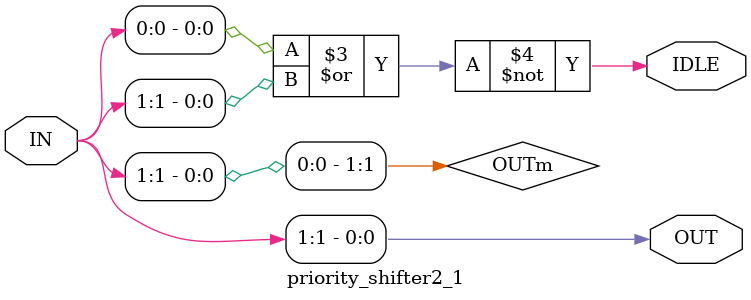
<source format=v>
module priority_shifter2_1(
    input [1:0] IN,
    output OUT,
    output IDLE
    );
    wire [1:0]OUTm;
    
    buf(OUTm[1],IN[1]);
    and(OUTm[0],IN[0],!IN[1]);
    
    xor(OUT,IN[1]);
    
    nor(IDLE, IN[0],IN[1]);
    
endmodule

</source>
